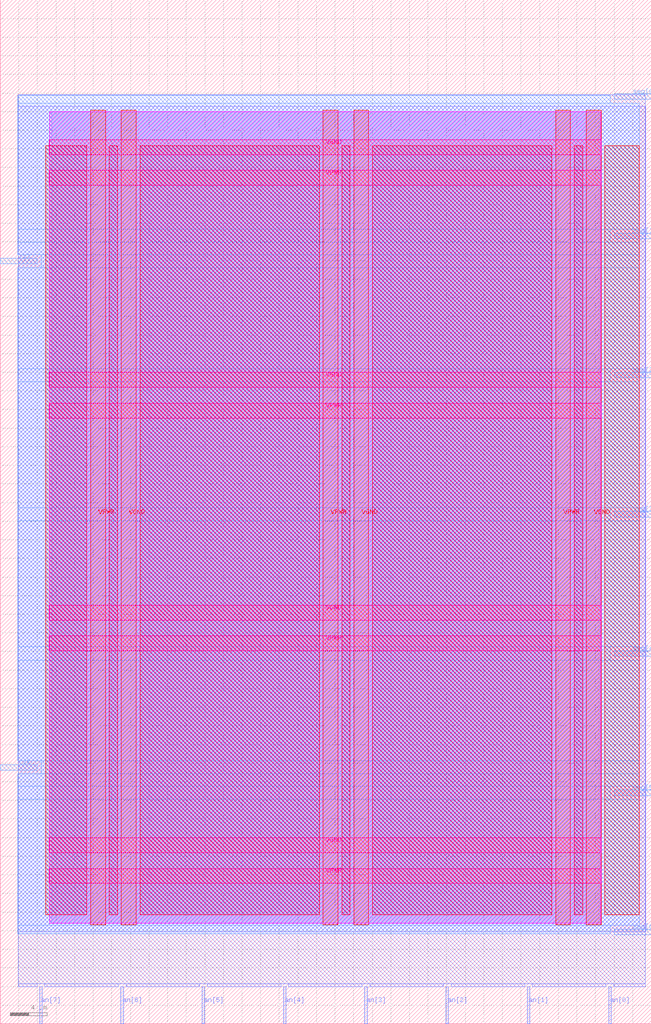
<source format=lef>
VERSION 5.7 ;
  NOWIREEXTENSIONATPIN ON ;
  DIVIDERCHAR "/" ;
  BUSBITCHARS "[]" ;
MACRO ZeroToFiveCounter
  CLASS BLOCK ;
  FOREIGN ZeroToFiveCounter ;
  ORIGIN 0.000 0.000 ;
  SIZE 70.000 BY 110.000 ;
  PIN VGND
    DIRECTION INOUT ;
    USE GROUND ;
    PORT
      LAYER met4 ;
        RECT 13.020 10.640 14.620 98.160 ;
    END
    PORT
      LAYER met4 ;
        RECT 38.020 10.640 39.620 98.160 ;
    END
    PORT
      LAYER met4 ;
        RECT 63.020 10.640 64.620 98.160 ;
    END
    PORT
      LAYER met5 ;
        RECT 5.280 18.380 64.640 19.980 ;
    END
    PORT
      LAYER met5 ;
        RECT 5.280 43.380 64.640 44.980 ;
    END
    PORT
      LAYER met5 ;
        RECT 5.280 68.380 64.640 69.980 ;
    END
    PORT
      LAYER met5 ;
        RECT 5.280 93.380 64.640 94.980 ;
    END
  END VGND
  PIN VPWR
    DIRECTION INOUT ;
    USE POWER ;
    PORT
      LAYER met4 ;
        RECT 9.720 10.640 11.320 98.160 ;
    END
    PORT
      LAYER met4 ;
        RECT 34.720 10.640 36.320 98.160 ;
    END
    PORT
      LAYER met4 ;
        RECT 59.720 10.640 61.320 98.160 ;
    END
    PORT
      LAYER met5 ;
        RECT 5.280 15.080 64.640 16.680 ;
    END
    PORT
      LAYER met5 ;
        RECT 5.280 40.080 64.640 41.680 ;
    END
    PORT
      LAYER met5 ;
        RECT 5.280 65.080 64.640 66.680 ;
    END
    PORT
      LAYER met5 ;
        RECT 5.280 90.080 64.640 91.680 ;
    END
  END VPWR
  PIN an[0]
    DIRECTION OUTPUT ;
    USE SIGNAL ;
    PORT
      LAYER met2 ;
        RECT 65.410 0.000 65.690 4.000 ;
    END
  END an[0]
  PIN an[1]
    DIRECTION OUTPUT ;
    USE SIGNAL ;
    PORT
      LAYER met2 ;
        RECT 56.670 0.000 56.950 4.000 ;
    END
  END an[1]
  PIN an[2]
    DIRECTION OUTPUT ;
    USE SIGNAL ;
    PORT
      LAYER met2 ;
        RECT 47.930 0.000 48.210 4.000 ;
    END
  END an[2]
  PIN an[3]
    DIRECTION OUTPUT ;
    USE SIGNAL ;
    PORT
      LAYER met2 ;
        RECT 39.190 0.000 39.470 4.000 ;
    END
  END an[3]
  PIN an[4]
    DIRECTION OUTPUT ;
    USE SIGNAL ;
    PORT
      LAYER met2 ;
        RECT 30.450 0.000 30.730 4.000 ;
    END
  END an[4]
  PIN an[5]
    DIRECTION OUTPUT ;
    USE SIGNAL ;
    PORT
      LAYER met2 ;
        RECT 21.710 0.000 21.990 4.000 ;
    END
  END an[5]
  PIN an[6]
    DIRECTION OUTPUT ;
    USE SIGNAL ;
    PORT
      LAYER met2 ;
        RECT 12.970 0.000 13.250 4.000 ;
    END
  END an[6]
  PIN an[7]
    DIRECTION OUTPUT ;
    USE SIGNAL ;
    PORT
      LAYER met2 ;
        RECT 4.230 0.000 4.510 4.000 ;
    END
  END an[7]
  PIN clk
    DIRECTION INPUT ;
    USE SIGNAL ;
    ANTENNAGATEAREA 0.852000 ;
    PORT
      LAYER met3 ;
        RECT 0.000 27.240 4.000 27.840 ;
    END
  END clk
  PIN rst
    DIRECTION INPUT ;
    USE SIGNAL ;
    ANTENNAGATEAREA 0.213000 ;
    PORT
      LAYER met3 ;
        RECT 0.000 81.640 4.000 82.240 ;
    END
  END rst
  PIN seg[0]
    DIRECTION OUTPUT ;
    USE SIGNAL ;
    ANTENNADIFFAREA 0.340600 ;
    PORT
      LAYER met3 ;
        RECT 66.000 99.320 70.000 99.920 ;
    END
  END seg[0]
  PIN seg[1]
    DIRECTION OUTPUT ;
    USE SIGNAL ;
    ANTENNADIFFAREA 0.340600 ;
    PORT
      LAYER met3 ;
        RECT 66.000 84.360 70.000 84.960 ;
    END
  END seg[1]
  PIN seg[2]
    DIRECTION OUTPUT ;
    USE SIGNAL ;
    ANTENNADIFFAREA 0.340600 ;
    PORT
      LAYER met3 ;
        RECT 66.000 69.400 70.000 70.000 ;
    END
  END seg[2]
  PIN seg[3]
    DIRECTION OUTPUT ;
    USE SIGNAL ;
    ANTENNADIFFAREA 0.340600 ;
    PORT
      LAYER met3 ;
        RECT 66.000 54.440 70.000 55.040 ;
    END
  END seg[3]
  PIN seg[4]
    DIRECTION OUTPUT ;
    USE SIGNAL ;
    ANTENNADIFFAREA 0.340600 ;
    PORT
      LAYER met3 ;
        RECT 66.000 39.480 70.000 40.080 ;
    END
  END seg[4]
  PIN seg[5]
    DIRECTION OUTPUT ;
    USE SIGNAL ;
    ANTENNADIFFAREA 0.340600 ;
    PORT
      LAYER met3 ;
        RECT 66.000 24.520 70.000 25.120 ;
    END
  END seg[5]
  PIN seg[6]
    DIRECTION OUTPUT ;
    USE SIGNAL ;
    ANTENNADIFFAREA 0.340600 ;
    PORT
      LAYER met3 ;
        RECT 66.000 9.560 70.000 10.160 ;
    END
  END seg[6]
  OBS
      LAYER nwell ;
        RECT 5.330 10.795 64.590 98.005 ;
      LAYER li1 ;
        RECT 5.520 10.795 64.400 98.005 ;
      LAYER met1 ;
        RECT 1.910 9.900 69.390 98.560 ;
      LAYER met2 ;
        RECT 1.930 4.280 69.360 99.805 ;
        RECT 1.930 4.000 3.950 4.280 ;
        RECT 4.790 4.000 12.690 4.280 ;
        RECT 13.530 4.000 21.430 4.280 ;
        RECT 22.270 4.000 30.170 4.280 ;
        RECT 31.010 4.000 38.910 4.280 ;
        RECT 39.750 4.000 47.650 4.280 ;
        RECT 48.490 4.000 56.390 4.280 ;
        RECT 57.230 4.000 65.130 4.280 ;
        RECT 65.970 4.000 69.360 4.280 ;
      LAYER met3 ;
        RECT 1.905 98.920 65.600 99.785 ;
        RECT 1.905 85.360 68.730 98.920 ;
        RECT 1.905 83.960 65.600 85.360 ;
        RECT 1.905 82.640 68.730 83.960 ;
        RECT 4.400 81.240 68.730 82.640 ;
        RECT 1.905 70.400 68.730 81.240 ;
        RECT 1.905 69.000 65.600 70.400 ;
        RECT 1.905 55.440 68.730 69.000 ;
        RECT 1.905 54.040 65.600 55.440 ;
        RECT 1.905 40.480 68.730 54.040 ;
        RECT 1.905 39.080 65.600 40.480 ;
        RECT 1.905 28.240 68.730 39.080 ;
        RECT 4.400 26.840 68.730 28.240 ;
        RECT 1.905 25.520 68.730 26.840 ;
        RECT 1.905 24.120 65.600 25.520 ;
        RECT 1.905 10.560 68.730 24.120 ;
        RECT 1.905 9.695 65.600 10.560 ;
      LAYER met4 ;
        RECT 4.895 11.735 9.320 94.345 ;
        RECT 11.720 11.735 12.620 94.345 ;
        RECT 15.020 11.735 34.320 94.345 ;
        RECT 36.720 11.735 37.620 94.345 ;
        RECT 40.020 11.735 59.320 94.345 ;
        RECT 61.720 11.735 62.620 94.345 ;
        RECT 65.020 11.735 68.705 94.345 ;
  END
END ZeroToFiveCounter
END LIBRARY


</source>
